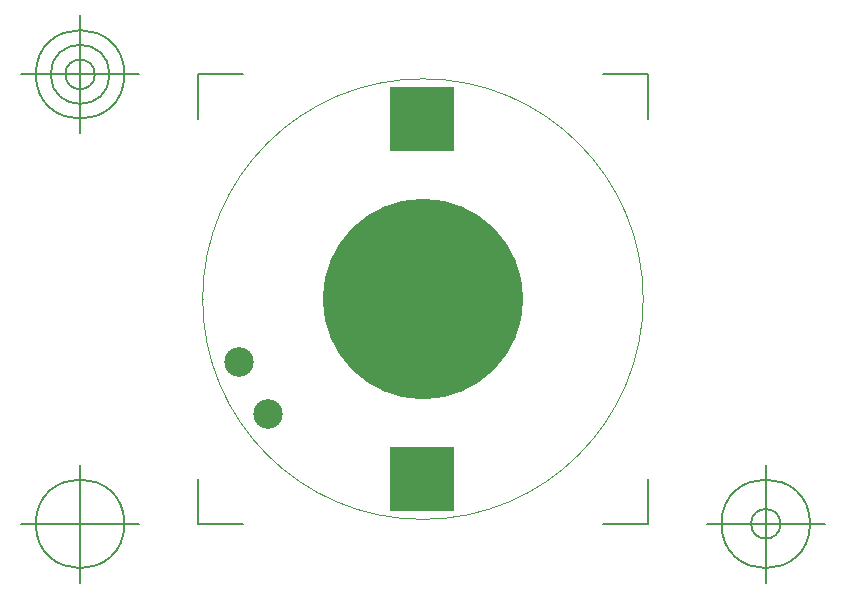
<source format=gbr>
G04 Generated by Ultiboard 13.0 *
%FSLAX34Y34*%
%MOMM*%

%ADD10C,0.0001*%
%ADD11C,0.1500*%
%ADD12C,0.0010*%
%ADD13C,16.97666*%
%ADD14R,5.4000X5.4000*%
%ADD15C,1.2000*%
%ADD16C,2.5000*%


G04 ColorRGB FF00CC for the following layer *
%LNSolder Mask Top*%
%LPD*%
G54D10*
G54D11*
X220485Y402035D02*
X220485Y440088D01*
X220485Y402035D02*
X258538Y402035D01*
X601015Y402035D02*
X562962Y402035D01*
X601015Y402035D02*
X601015Y440088D01*
X601015Y782565D02*
X601015Y744512D01*
X601015Y782565D02*
X562962Y782565D01*
X220485Y782565D02*
X258538Y782565D01*
X220485Y782565D02*
X220485Y744512D01*
X170485Y402035D02*
X70485Y402035D01*
X120485Y352035D02*
X120485Y452035D01*
X82985Y402035D02*
G75*
D01*
G02X82985Y402035I37500J0*
G01*
X651015Y402035D02*
X751015Y402035D01*
X701015Y352035D02*
X701015Y452035D01*
X663515Y402035D02*
G75*
D01*
G02X663515Y402035I37500J0*
G01*
X688515Y402035D02*
G75*
D01*
G02X688515Y402035I12500J0*
G01*
X170485Y782565D02*
X70485Y782565D01*
X120485Y732565D02*
X120485Y832565D01*
X82985Y782565D02*
G75*
D01*
G02X82985Y782565I37500J0*
G01*
X95485Y782565D02*
G75*
D01*
G02X95485Y782565I25000J0*
G01*
X107985Y782565D02*
G75*
D01*
G02X107985Y782565I12500J0*
G01*
X220485Y402035D02*
X220485Y440088D01*
X220485Y402035D02*
X258538Y402035D01*
X601015Y402035D02*
X562962Y402035D01*
X601015Y402035D02*
X601015Y440088D01*
X601015Y782565D02*
X601015Y744512D01*
X601015Y782565D02*
X562962Y782565D01*
X220485Y782565D02*
X258538Y782565D01*
X220485Y782565D02*
X220485Y744512D01*
X170485Y402035D02*
X70485Y402035D01*
X120485Y352035D02*
X120485Y452035D01*
X82985Y402035D02*
G75*
D01*
G02X82985Y402035I37500J0*
G01*
X651015Y402035D02*
X751015Y402035D01*
X701015Y352035D02*
X701015Y452035D01*
X663515Y402035D02*
G75*
D01*
G02X663515Y402035I37500J0*
G01*
X688515Y402035D02*
G75*
D01*
G02X688515Y402035I12500J0*
G01*
X170485Y782565D02*
X70485Y782565D01*
X120485Y732565D02*
X120485Y832565D01*
X82985Y782565D02*
G75*
D01*
G02X82985Y782565I37500J0*
G01*
X95485Y782565D02*
G75*
D01*
G02X95485Y782565I25000J0*
G01*
X107985Y782565D02*
G75*
D01*
G02X107985Y782565I12500J0*
G01*
G54D12*
X224255Y592300D02*
G75*
D01*
G02X224255Y592300I186495J0*
G01*
G54D13*
X411000Y592650D03*
G54D14*
X409800Y744700D03*
X409800Y439700D03*
G54D15*
X409000Y599000D03*
G54D16*
X279500Y495200D03*
X255200Y538700D03*

M02*

</source>
